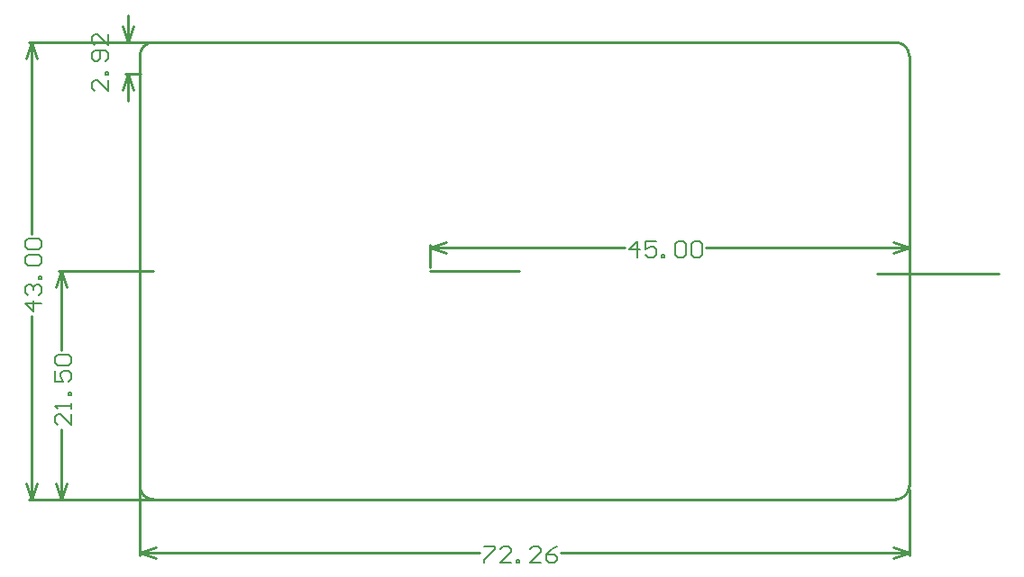
<source format=gm1>
G04*
G04 #@! TF.GenerationSoftware,Altium Limited,Altium Designer,23.1.1 (15)*
G04*
G04 Layer_Color=16711935*
%FSLAX25Y25*%
%MOIN*%
G70*
G04*
G04 #@! TF.SameCoordinates,379D8D2B-01B5-4923-9211-1CC0BA53C839*
G04*
G04*
G04 #@! TF.FilePolarity,Positive*
G04*
G01*
G75*
%ADD67C,0.01000*%
%ADD68C,0.00600*%
D67*
X551500Y195209D02*
G03*
X556500Y200209I0J5000D01*
G01*
Y359500D02*
G03*
X551500Y364500I-5000J0D01*
G01*
X277000D02*
G03*
X272000Y359500I0J-5000D01*
G01*
Y200209D02*
G03*
X277000Y195209I5000J0D01*
G01*
X544500Y279000D02*
X589500D01*
X379335Y279854D02*
X412354D01*
X277000Y195209D02*
X551500D01*
X556500Y200209D02*
Y359500D01*
X277000Y364500D02*
X551500D01*
X272000Y200209D02*
Y359500D01*
X550500Y286500D02*
X556500Y288500D01*
X550500Y290500D02*
X556500Y288500D01*
X379335D02*
X385335Y290500D01*
X379335Y288500D02*
X385335Y286500D01*
X481413Y288500D02*
X556500D01*
X379335D02*
X451222D01*
X556500Y279854D02*
Y289500D01*
X379335Y281051D02*
Y289500D01*
X272000Y175500D02*
X278000Y177500D01*
X272000Y175500D02*
X278000Y173500D01*
X550500D02*
X556500Y175500D01*
X550500Y177500D02*
X556500Y175500D01*
X272000D02*
X397554D01*
X427746D02*
X556500D01*
X272000Y174500D02*
Y198709D01*
X556500Y174500D02*
Y198709D01*
X241000Y201209D02*
X243000Y195209D01*
X245000Y201209D01*
X243000Y279854D02*
X245000Y273854D01*
X241000D02*
X243000Y279854D01*
Y195209D02*
Y221336D01*
Y250527D02*
Y279854D01*
X242000Y195209D02*
X277000D01*
X242000Y279854D02*
X277000D01*
X232000Y364500D02*
X234000Y358500D01*
X230000D02*
X232000Y364500D01*
X230000Y201209D02*
X232000Y195209D01*
X234000Y201209D01*
X232000Y293350D02*
Y364500D01*
Y195209D02*
Y263159D01*
X231000Y364500D02*
X275500D01*
X231000Y195209D02*
X275500D01*
X265500Y370500D02*
X267500Y364500D01*
X269500Y370500D01*
X267500Y353000D02*
X269500Y347000D01*
X265500D02*
X267500Y353000D01*
Y364500D02*
Y374500D01*
Y343000D02*
Y353000D01*
X266500D02*
X272362D01*
X266500Y364500D02*
X275500D01*
D68*
X455821Y284901D02*
Y290899D01*
X452822Y287900D01*
X456820D01*
X462818Y290899D02*
X458820D01*
Y287900D01*
X460819Y288900D01*
X461819D01*
X462818Y287900D01*
Y285901D01*
X461819Y284901D01*
X459819D01*
X458820Y285901D01*
X464818Y284901D02*
Y285901D01*
X465817D01*
Y284901D01*
X464818D01*
X469816Y289899D02*
X470816Y290899D01*
X472815D01*
X473815Y289899D01*
Y285901D01*
X472815Y284901D01*
X470816D01*
X469816Y285901D01*
Y289899D01*
X475814D02*
X476814Y290899D01*
X478813D01*
X479813Y289899D01*
Y285901D01*
X478813Y284901D01*
X476814D01*
X475814Y285901D01*
Y289899D01*
X399154Y177899D02*
X403153D01*
Y176899D01*
X399154Y172901D01*
Y171901D01*
X409151D02*
X405152D01*
X409151Y175900D01*
Y176899D01*
X408151Y177899D01*
X406152D01*
X405152Y176899D01*
X411151Y171901D02*
Y172901D01*
X412150D01*
Y171901D01*
X411151D01*
X420148D02*
X416149D01*
X420148Y175900D01*
Y176899D01*
X419148Y177899D01*
X417148D01*
X416149Y176899D01*
X426146Y177899D02*
X424146Y176899D01*
X422147Y174900D01*
Y172901D01*
X423147Y171901D01*
X425146D01*
X426146Y172901D01*
Y173900D01*
X425146Y174900D01*
X422147D01*
X246599Y226934D02*
Y222936D01*
X242600Y226934D01*
X241601D01*
X240601Y225935D01*
Y223935D01*
X241601Y222936D01*
X246599Y228934D02*
Y230933D01*
Y229933D01*
X240601D01*
X241601Y228934D01*
X246599Y233932D02*
X245599D01*
Y234932D01*
X246599D01*
Y233932D01*
X240601Y242929D02*
Y238931D01*
X243600D01*
X242600Y240930D01*
Y241930D01*
X243600Y242929D01*
X245599D01*
X246599Y241930D01*
Y239930D01*
X245599Y238931D01*
X241601Y244929D02*
X240601Y245928D01*
Y247928D01*
X241601Y248927D01*
X245599D01*
X246599Y247928D01*
Y245928D01*
X245599Y244929D01*
X241601D01*
X235599Y267758D02*
X229601D01*
X232600Y264759D01*
Y268757D01*
X230601Y270757D02*
X229601Y271756D01*
Y273756D01*
X230601Y274756D01*
X231600D01*
X232600Y273756D01*
Y272756D01*
Y273756D01*
X233600Y274756D01*
X234599D01*
X235599Y273756D01*
Y271756D01*
X234599Y270757D01*
X235599Y276755D02*
X234599D01*
Y277754D01*
X235599D01*
Y276755D01*
X230601Y281753D02*
X229601Y282753D01*
Y284752D01*
X230601Y285752D01*
X234599D01*
X235599Y284752D01*
Y282753D01*
X234599Y281753D01*
X230601D01*
Y287751D02*
X229601Y288751D01*
Y290750D01*
X230601Y291750D01*
X234599D01*
X235599Y290750D01*
Y288751D01*
X234599Y287751D01*
X230601D01*
X260302Y350652D02*
Y346653D01*
X256303Y350652D01*
X255304D01*
X254304Y349652D01*
Y347653D01*
X255304Y346653D01*
X260302Y352652D02*
X259302D01*
Y353651D01*
X260302D01*
Y352652D01*
X259302Y357650D02*
X260302Y358649D01*
Y360649D01*
X259302Y361649D01*
X255304D01*
X254304Y360649D01*
Y358649D01*
X255304Y357650D01*
X256303D01*
X257303Y358649D01*
Y361649D01*
X260302Y367647D02*
Y363648D01*
X256303Y367647D01*
X255304D01*
X254304Y366647D01*
Y364648D01*
X255304Y363648D01*
M02*

</source>
